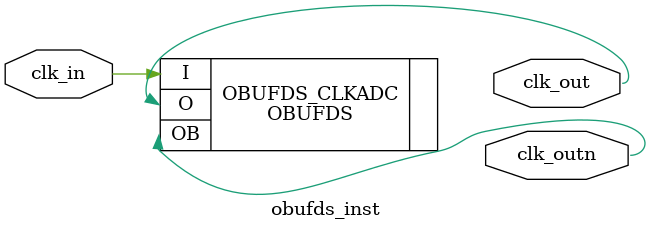
<source format=v>
/**
  Module name:  obufds_inst
  Author: P Trujillo (pablo@controlpaths.com)
  Date: May 2020
  Description: Instantiation for differential output buffer
  Revision: 1.0 Module created.
**/

module obufds_inst (
  input clk_in, /* Input clock */
  output clk_out, /* Positive output clock */
  output clk_outn /* Negative output clock */
  );

  OBUFDS #(
  .IOSTANDARD("DEFAULT"),
  .SLEW("SLOW")
  ) OBUFDS_CLKADC (
  .O(clk_out),
  .OB(clk_outn),
  .I(clk_in)
  );

endmodule

</source>
